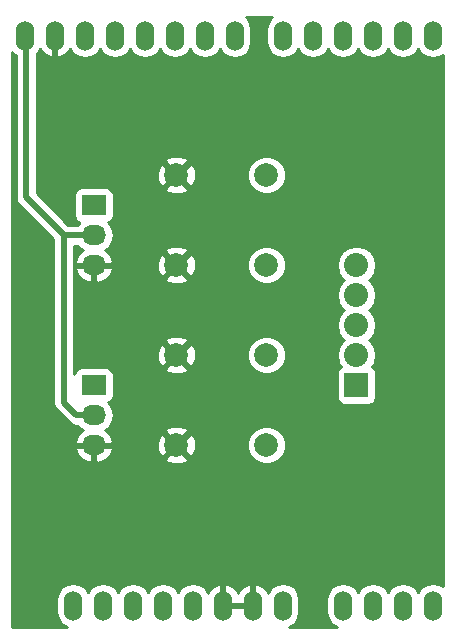
<source format=gbl>
%TF.GenerationSoftware,KiCad,Pcbnew,4.0.5-e0-6337~49~ubuntu16.04.1*%
%TF.CreationDate,2017-05-08T14:00:32-07:00*%
%TF.ProjectId,Arduino-Shield,41726475696E6F2D536869656C642E6B,1.0*%
%TF.FileFunction,Copper,L2,Bot,Signal*%
%FSLAX46Y46*%
G04 Gerber Fmt 4.6, Leading zero omitted, Abs format (unit mm)*
G04 Created by KiCad (PCBNEW 4.0.5-e0-6337~49~ubuntu16.04.1) date Mon May  8 14:00:32 2017*
%MOMM*%
%LPD*%
G01*
G04 APERTURE LIST*
%ADD10C,0.350000*%
%ADD11C,1.998980*%
%ADD12R,2.032000X1.727200*%
%ADD13O,2.032000X1.727200*%
%ADD14R,2.032000X2.032000*%
%ADD15O,2.032000X2.032000*%
%ADD16O,1.524000X2.540000*%
%ADD17C,0.508000*%
%ADD18C,0.254000*%
%ADD19C,0.350000*%
G04 APERTURE END LIST*
D10*
D11*
X44831000Y-69723000D03*
X37211000Y-69723000D03*
X44831000Y-77343000D03*
X37211000Y-77343000D03*
X44831000Y-62103000D03*
X37211000Y-62103000D03*
X44831000Y-84963000D03*
X37211000Y-84963000D03*
D12*
X30226000Y-79883000D03*
D13*
X30226000Y-82423000D03*
X30226000Y-84963000D03*
D12*
X30226000Y-64643000D03*
D13*
X30226000Y-67183000D03*
X30226000Y-69723000D03*
D14*
X52451000Y-79883000D03*
D15*
X52451000Y-77343000D03*
X52451000Y-74803000D03*
X52451000Y-72263000D03*
X52451000Y-69723000D03*
D16*
X58928000Y-98552000D03*
X51308000Y-98552000D03*
X53848000Y-98552000D03*
X56388000Y-98552000D03*
X46228000Y-98552000D03*
X43688000Y-98552000D03*
X41148000Y-98552000D03*
X36068000Y-98552000D03*
X33528000Y-98552000D03*
X58928000Y-50292000D03*
X56388000Y-50292000D03*
X53848000Y-50292000D03*
X51308000Y-50292000D03*
X48768000Y-50292000D03*
X46228000Y-50292000D03*
X42164000Y-50292000D03*
X39624000Y-50292000D03*
X37084000Y-50292000D03*
X34544000Y-50292000D03*
X32004000Y-50292000D03*
X29464000Y-50292000D03*
X26924000Y-50292000D03*
X24384000Y-50292000D03*
X38608000Y-98552000D03*
X30988000Y-98552000D03*
X28448000Y-98552000D03*
D17*
X27686000Y-67183000D02*
X27686000Y-81407000D01*
X27686000Y-81407000D02*
X28702000Y-82423000D01*
X28702000Y-82423000D02*
X30226000Y-82423000D01*
X24485600Y-63982600D02*
X27686000Y-67183000D01*
X27686000Y-67183000D02*
X30226000Y-67183000D01*
X24485600Y-50292000D02*
X24485600Y-63982600D01*
D18*
G36*
X45240172Y-48758851D02*
X44937340Y-49212070D01*
X44831000Y-49746679D01*
X44831000Y-50837321D01*
X44937340Y-51371930D01*
X45240172Y-51825149D01*
X45693391Y-52127981D01*
X46228000Y-52234321D01*
X46762609Y-52127981D01*
X47215828Y-51825149D01*
X47498000Y-51402850D01*
X47780172Y-51825149D01*
X48233391Y-52127981D01*
X48768000Y-52234321D01*
X49302609Y-52127981D01*
X49755828Y-51825149D01*
X50038000Y-51402850D01*
X50320172Y-51825149D01*
X50773391Y-52127981D01*
X51308000Y-52234321D01*
X51842609Y-52127981D01*
X52295828Y-51825149D01*
X52578000Y-51402850D01*
X52860172Y-51825149D01*
X53313391Y-52127981D01*
X53848000Y-52234321D01*
X54382609Y-52127981D01*
X54835828Y-51825149D01*
X55118000Y-51402850D01*
X55400172Y-51825149D01*
X55853391Y-52127981D01*
X56388000Y-52234321D01*
X56922609Y-52127981D01*
X57375828Y-51825149D01*
X57658000Y-51402850D01*
X57940172Y-51825149D01*
X58393391Y-52127981D01*
X58928000Y-52234321D01*
X59462609Y-52127981D01*
X59742000Y-51941297D01*
X59742000Y-96902703D01*
X59462609Y-96716019D01*
X58928000Y-96609679D01*
X58393391Y-96716019D01*
X57940172Y-97018851D01*
X57658000Y-97441150D01*
X57375828Y-97018851D01*
X56922609Y-96716019D01*
X56388000Y-96609679D01*
X55853391Y-96716019D01*
X55400172Y-97018851D01*
X55118000Y-97441150D01*
X54835828Y-97018851D01*
X54382609Y-96716019D01*
X53848000Y-96609679D01*
X53313391Y-96716019D01*
X52860172Y-97018851D01*
X52578000Y-97441150D01*
X52295828Y-97018851D01*
X51842609Y-96716019D01*
X51308000Y-96609679D01*
X50773391Y-96716019D01*
X50320172Y-97018851D01*
X50017340Y-97472070D01*
X49911000Y-98006679D01*
X49911000Y-99097321D01*
X50017340Y-99631930D01*
X50320172Y-100085149D01*
X50764440Y-100382000D01*
X46771560Y-100382000D01*
X47215828Y-100085149D01*
X47518660Y-99631930D01*
X47625000Y-99097321D01*
X47625000Y-98006679D01*
X47518660Y-97472070D01*
X47215828Y-97018851D01*
X46762609Y-96716019D01*
X46228000Y-96609679D01*
X45693391Y-96716019D01*
X45240172Y-97018851D01*
X44948670Y-97455113D01*
X44930059Y-97392059D01*
X44586026Y-96966370D01*
X44105277Y-96704740D01*
X44031070Y-96689780D01*
X43815000Y-96812280D01*
X43815000Y-98425000D01*
X43835000Y-98425000D01*
X43835000Y-98679000D01*
X43815000Y-98679000D01*
X43815000Y-98699000D01*
X43561000Y-98699000D01*
X43561000Y-98679000D01*
X41275000Y-98679000D01*
X41275000Y-98699000D01*
X41021000Y-98699000D01*
X41021000Y-98679000D01*
X41001000Y-98679000D01*
X41001000Y-98425000D01*
X41021000Y-98425000D01*
X41021000Y-96812280D01*
X41275000Y-96812280D01*
X41275000Y-98425000D01*
X43561000Y-98425000D01*
X43561000Y-96812280D01*
X43344930Y-96689780D01*
X43270723Y-96704740D01*
X42789974Y-96966370D01*
X42445941Y-97392059D01*
X42418000Y-97486723D01*
X42390059Y-97392059D01*
X42046026Y-96966370D01*
X41565277Y-96704740D01*
X41491070Y-96689780D01*
X41275000Y-96812280D01*
X41021000Y-96812280D01*
X40804930Y-96689780D01*
X40730723Y-96704740D01*
X40249974Y-96966370D01*
X39905941Y-97392059D01*
X39887330Y-97455113D01*
X39595828Y-97018851D01*
X39142609Y-96716019D01*
X38608000Y-96609679D01*
X38073391Y-96716019D01*
X37620172Y-97018851D01*
X37338000Y-97441150D01*
X37055828Y-97018851D01*
X36602609Y-96716019D01*
X36068000Y-96609679D01*
X35533391Y-96716019D01*
X35080172Y-97018851D01*
X34798000Y-97441150D01*
X34515828Y-97018851D01*
X34062609Y-96716019D01*
X33528000Y-96609679D01*
X32993391Y-96716019D01*
X32540172Y-97018851D01*
X32258000Y-97441150D01*
X31975828Y-97018851D01*
X31522609Y-96716019D01*
X30988000Y-96609679D01*
X30453391Y-96716019D01*
X30000172Y-97018851D01*
X29718000Y-97441150D01*
X29435828Y-97018851D01*
X28982609Y-96716019D01*
X28448000Y-96609679D01*
X27913391Y-96716019D01*
X27460172Y-97018851D01*
X27157340Y-97472070D01*
X27051000Y-98006679D01*
X27051000Y-99097321D01*
X27157340Y-99631930D01*
X27460172Y-100085149D01*
X27904440Y-100382000D01*
X23316000Y-100382000D01*
X23316000Y-85322026D01*
X28618642Y-85322026D01*
X28621291Y-85337791D01*
X28875268Y-85865036D01*
X29311680Y-86254954D01*
X29864087Y-86448184D01*
X30099000Y-86303924D01*
X30099000Y-85090000D01*
X30353000Y-85090000D01*
X30353000Y-86303924D01*
X30587913Y-86448184D01*
X31140320Y-86254954D01*
X31296779Y-86115163D01*
X36238443Y-86115163D01*
X36337042Y-86381965D01*
X36946582Y-86608401D01*
X37596377Y-86584341D01*
X38084958Y-86381965D01*
X38183557Y-86115163D01*
X37211000Y-85142605D01*
X36238443Y-86115163D01*
X31296779Y-86115163D01*
X31576732Y-85865036D01*
X31830709Y-85337791D01*
X31833358Y-85322026D01*
X31712217Y-85090000D01*
X30353000Y-85090000D01*
X30099000Y-85090000D01*
X28739783Y-85090000D01*
X28618642Y-85322026D01*
X23316000Y-85322026D01*
X23316000Y-51705163D01*
X23396172Y-51825149D01*
X23596600Y-51959071D01*
X23596600Y-63982600D01*
X23664271Y-64322806D01*
X23856982Y-64611218D01*
X26797000Y-67551236D01*
X26797000Y-81407000D01*
X26864671Y-81747206D01*
X27057382Y-82035618D01*
X28073382Y-83051618D01*
X28361794Y-83244329D01*
X28702000Y-83312000D01*
X28867547Y-83312000D01*
X28981585Y-83482670D01*
X29291069Y-83689461D01*
X28875268Y-84060964D01*
X28621291Y-84588209D01*
X28618642Y-84603974D01*
X28739783Y-84836000D01*
X30099000Y-84836000D01*
X30099000Y-84816000D01*
X30353000Y-84816000D01*
X30353000Y-84836000D01*
X31712217Y-84836000D01*
X31783963Y-84698582D01*
X35565599Y-84698582D01*
X35589659Y-85348377D01*
X35792035Y-85836958D01*
X36058837Y-85935557D01*
X37031395Y-84963000D01*
X37390605Y-84963000D01*
X38363163Y-85935557D01*
X38629965Y-85836958D01*
X38834380Y-85286694D01*
X43196226Y-85286694D01*
X43444538Y-85887655D01*
X43903927Y-86347846D01*
X44504453Y-86597206D01*
X45154694Y-86597774D01*
X45755655Y-86349462D01*
X46215846Y-85890073D01*
X46465206Y-85289547D01*
X46465774Y-84639306D01*
X46217462Y-84038345D01*
X45758073Y-83578154D01*
X45157547Y-83328794D01*
X44507306Y-83328226D01*
X43906345Y-83576538D01*
X43446154Y-84035927D01*
X43196794Y-84636453D01*
X43196226Y-85286694D01*
X38834380Y-85286694D01*
X38856401Y-85227418D01*
X38832341Y-84577623D01*
X38629965Y-84089042D01*
X38363163Y-83990443D01*
X37390605Y-84963000D01*
X37031395Y-84963000D01*
X36058837Y-83990443D01*
X35792035Y-84089042D01*
X35565599Y-84698582D01*
X31783963Y-84698582D01*
X31833358Y-84603974D01*
X31830709Y-84588209D01*
X31576732Y-84060964D01*
X31296780Y-83810837D01*
X36238443Y-83810837D01*
X37211000Y-84783395D01*
X38183557Y-83810837D01*
X38084958Y-83544035D01*
X37475418Y-83317599D01*
X36825623Y-83341659D01*
X36337042Y-83544035D01*
X36238443Y-83810837D01*
X31296780Y-83810837D01*
X31160931Y-83689461D01*
X31470415Y-83482670D01*
X31795271Y-82996489D01*
X31909345Y-82423000D01*
X31795271Y-81849511D01*
X31470415Y-81363330D01*
X31456087Y-81353757D01*
X31477317Y-81349762D01*
X31693441Y-81210690D01*
X31838431Y-80998490D01*
X31889440Y-80746600D01*
X31889440Y-79019400D01*
X31845162Y-78784083D01*
X31706090Y-78567959D01*
X31599550Y-78495163D01*
X36238443Y-78495163D01*
X36337042Y-78761965D01*
X36946582Y-78988401D01*
X37596377Y-78964341D01*
X38084958Y-78761965D01*
X38183557Y-78495163D01*
X37211000Y-77522605D01*
X36238443Y-78495163D01*
X31599550Y-78495163D01*
X31493890Y-78422969D01*
X31242000Y-78371960D01*
X29210000Y-78371960D01*
X28974683Y-78416238D01*
X28758559Y-78555310D01*
X28613569Y-78767510D01*
X28575000Y-78957969D01*
X28575000Y-77078582D01*
X35565599Y-77078582D01*
X35589659Y-77728377D01*
X35792035Y-78216958D01*
X36058837Y-78315557D01*
X37031395Y-77343000D01*
X37390605Y-77343000D01*
X38363163Y-78315557D01*
X38629965Y-78216958D01*
X38834380Y-77666694D01*
X43196226Y-77666694D01*
X43444538Y-78267655D01*
X43903927Y-78727846D01*
X44504453Y-78977206D01*
X45154694Y-78977774D01*
X45755655Y-78729462D01*
X46215846Y-78270073D01*
X46465206Y-77669547D01*
X46465774Y-77019306D01*
X46217462Y-76418345D01*
X45758073Y-75958154D01*
X45157547Y-75708794D01*
X44507306Y-75708226D01*
X43906345Y-75956538D01*
X43446154Y-76415927D01*
X43196794Y-77016453D01*
X43196226Y-77666694D01*
X38834380Y-77666694D01*
X38856401Y-77607418D01*
X38832341Y-76957623D01*
X38629965Y-76469042D01*
X38363163Y-76370443D01*
X37390605Y-77343000D01*
X37031395Y-77343000D01*
X36058837Y-76370443D01*
X35792035Y-76469042D01*
X35565599Y-77078582D01*
X28575000Y-77078582D01*
X28575000Y-76190837D01*
X36238443Y-76190837D01*
X37211000Y-77163395D01*
X38183557Y-76190837D01*
X38084958Y-75924035D01*
X37475418Y-75697599D01*
X36825623Y-75721659D01*
X36337042Y-75924035D01*
X36238443Y-76190837D01*
X28575000Y-76190837D01*
X28575000Y-70082026D01*
X28618642Y-70082026D01*
X28621291Y-70097791D01*
X28875268Y-70625036D01*
X29311680Y-71014954D01*
X29864087Y-71208184D01*
X30099000Y-71063924D01*
X30099000Y-69850000D01*
X30353000Y-69850000D01*
X30353000Y-71063924D01*
X30587913Y-71208184D01*
X31140320Y-71014954D01*
X31296779Y-70875163D01*
X36238443Y-70875163D01*
X36337042Y-71141965D01*
X36946582Y-71368401D01*
X37596377Y-71344341D01*
X38084958Y-71141965D01*
X38183557Y-70875163D01*
X37211000Y-69902605D01*
X36238443Y-70875163D01*
X31296779Y-70875163D01*
X31576732Y-70625036D01*
X31830709Y-70097791D01*
X31833358Y-70082026D01*
X31712217Y-69850000D01*
X30353000Y-69850000D01*
X30099000Y-69850000D01*
X28739783Y-69850000D01*
X28618642Y-70082026D01*
X28575000Y-70082026D01*
X28575000Y-68072000D01*
X28867547Y-68072000D01*
X28981585Y-68242670D01*
X29291069Y-68449461D01*
X28875268Y-68820964D01*
X28621291Y-69348209D01*
X28618642Y-69363974D01*
X28739783Y-69596000D01*
X30099000Y-69596000D01*
X30099000Y-69576000D01*
X30353000Y-69576000D01*
X30353000Y-69596000D01*
X31712217Y-69596000D01*
X31783963Y-69458582D01*
X35565599Y-69458582D01*
X35589659Y-70108377D01*
X35792035Y-70596958D01*
X36058837Y-70695557D01*
X37031395Y-69723000D01*
X37390605Y-69723000D01*
X38363163Y-70695557D01*
X38629965Y-70596958D01*
X38834380Y-70046694D01*
X43196226Y-70046694D01*
X43444538Y-70647655D01*
X43903927Y-71107846D01*
X44504453Y-71357206D01*
X45154694Y-71357774D01*
X45755655Y-71109462D01*
X46215846Y-70650073D01*
X46465206Y-70049547D01*
X46465491Y-69723000D01*
X50767655Y-69723000D01*
X50893330Y-70354810D01*
X51251222Y-70890433D01*
X51404724Y-70993000D01*
X51251222Y-71095567D01*
X50893330Y-71631190D01*
X50767655Y-72263000D01*
X50893330Y-72894810D01*
X51251222Y-73430433D01*
X51404724Y-73533000D01*
X51251222Y-73635567D01*
X50893330Y-74171190D01*
X50767655Y-74803000D01*
X50893330Y-75434810D01*
X51251222Y-75970433D01*
X51404724Y-76073000D01*
X51251222Y-76175567D01*
X50893330Y-76711190D01*
X50767655Y-77343000D01*
X50893330Y-77974810D01*
X51120499Y-78314792D01*
X50983559Y-78402910D01*
X50838569Y-78615110D01*
X50787560Y-78867000D01*
X50787560Y-80899000D01*
X50831838Y-81134317D01*
X50970910Y-81350441D01*
X51183110Y-81495431D01*
X51435000Y-81546440D01*
X53467000Y-81546440D01*
X53702317Y-81502162D01*
X53918441Y-81363090D01*
X54063431Y-81150890D01*
X54114440Y-80899000D01*
X54114440Y-78867000D01*
X54070162Y-78631683D01*
X53931090Y-78415559D01*
X53782163Y-78313802D01*
X54008670Y-77974810D01*
X54134345Y-77343000D01*
X54008670Y-76711190D01*
X53650778Y-76175567D01*
X53497276Y-76073000D01*
X53650778Y-75970433D01*
X54008670Y-75434810D01*
X54134345Y-74803000D01*
X54008670Y-74171190D01*
X53650778Y-73635567D01*
X53497276Y-73533000D01*
X53650778Y-73430433D01*
X54008670Y-72894810D01*
X54134345Y-72263000D01*
X54008670Y-71631190D01*
X53650778Y-71095567D01*
X53497276Y-70993000D01*
X53650778Y-70890433D01*
X54008670Y-70354810D01*
X54134345Y-69723000D01*
X54008670Y-69091190D01*
X53650778Y-68555567D01*
X53115155Y-68197675D01*
X52483345Y-68072000D01*
X52418655Y-68072000D01*
X51786845Y-68197675D01*
X51251222Y-68555567D01*
X50893330Y-69091190D01*
X50767655Y-69723000D01*
X46465491Y-69723000D01*
X46465774Y-69399306D01*
X46217462Y-68798345D01*
X45758073Y-68338154D01*
X45157547Y-68088794D01*
X44507306Y-68088226D01*
X43906345Y-68336538D01*
X43446154Y-68795927D01*
X43196794Y-69396453D01*
X43196226Y-70046694D01*
X38834380Y-70046694D01*
X38856401Y-69987418D01*
X38832341Y-69337623D01*
X38629965Y-68849042D01*
X38363163Y-68750443D01*
X37390605Y-69723000D01*
X37031395Y-69723000D01*
X36058837Y-68750443D01*
X35792035Y-68849042D01*
X35565599Y-69458582D01*
X31783963Y-69458582D01*
X31833358Y-69363974D01*
X31830709Y-69348209D01*
X31576732Y-68820964D01*
X31296780Y-68570837D01*
X36238443Y-68570837D01*
X37211000Y-69543395D01*
X38183557Y-68570837D01*
X38084958Y-68304035D01*
X37475418Y-68077599D01*
X36825623Y-68101659D01*
X36337042Y-68304035D01*
X36238443Y-68570837D01*
X31296780Y-68570837D01*
X31160931Y-68449461D01*
X31470415Y-68242670D01*
X31795271Y-67756489D01*
X31909345Y-67183000D01*
X31795271Y-66609511D01*
X31470415Y-66123330D01*
X31456087Y-66113757D01*
X31477317Y-66109762D01*
X31693441Y-65970690D01*
X31838431Y-65758490D01*
X31889440Y-65506600D01*
X31889440Y-63779400D01*
X31845162Y-63544083D01*
X31706090Y-63327959D01*
X31599550Y-63255163D01*
X36238443Y-63255163D01*
X36337042Y-63521965D01*
X36946582Y-63748401D01*
X37596377Y-63724341D01*
X38084958Y-63521965D01*
X38183557Y-63255163D01*
X37211000Y-62282605D01*
X36238443Y-63255163D01*
X31599550Y-63255163D01*
X31493890Y-63182969D01*
X31242000Y-63131960D01*
X29210000Y-63131960D01*
X28974683Y-63176238D01*
X28758559Y-63315310D01*
X28613569Y-63527510D01*
X28562560Y-63779400D01*
X28562560Y-65506600D01*
X28606838Y-65741917D01*
X28745910Y-65958041D01*
X28958110Y-66103031D01*
X28999439Y-66111400D01*
X28981585Y-66123330D01*
X28867547Y-66294000D01*
X28054236Y-66294000D01*
X25374600Y-63614364D01*
X25374600Y-61838582D01*
X35565599Y-61838582D01*
X35589659Y-62488377D01*
X35792035Y-62976958D01*
X36058837Y-63075557D01*
X37031395Y-62103000D01*
X37390605Y-62103000D01*
X38363163Y-63075557D01*
X38629965Y-62976958D01*
X38834380Y-62426694D01*
X43196226Y-62426694D01*
X43444538Y-63027655D01*
X43903927Y-63487846D01*
X44504453Y-63737206D01*
X45154694Y-63737774D01*
X45755655Y-63489462D01*
X46215846Y-63030073D01*
X46465206Y-62429547D01*
X46465774Y-61779306D01*
X46217462Y-61178345D01*
X45758073Y-60718154D01*
X45157547Y-60468794D01*
X44507306Y-60468226D01*
X43906345Y-60716538D01*
X43446154Y-61175927D01*
X43196794Y-61776453D01*
X43196226Y-62426694D01*
X38834380Y-62426694D01*
X38856401Y-62367418D01*
X38832341Y-61717623D01*
X38629965Y-61229042D01*
X38363163Y-61130443D01*
X37390605Y-62103000D01*
X37031395Y-62103000D01*
X36058837Y-61130443D01*
X35792035Y-61229042D01*
X35565599Y-61838582D01*
X25374600Y-61838582D01*
X25374600Y-60950837D01*
X36238443Y-60950837D01*
X37211000Y-61923395D01*
X38183557Y-60950837D01*
X38084958Y-60684035D01*
X37475418Y-60457599D01*
X36825623Y-60481659D01*
X36337042Y-60684035D01*
X36238443Y-60950837D01*
X25374600Y-60950837D01*
X25374600Y-51821000D01*
X25663330Y-51388887D01*
X25681941Y-51451941D01*
X26025974Y-51877630D01*
X26506723Y-52139260D01*
X26580930Y-52154220D01*
X26797000Y-52031720D01*
X26797000Y-50419000D01*
X26777000Y-50419000D01*
X26777000Y-50165000D01*
X26797000Y-50165000D01*
X26797000Y-50145000D01*
X27051000Y-50145000D01*
X27051000Y-50165000D01*
X27071000Y-50165000D01*
X27071000Y-50419000D01*
X27051000Y-50419000D01*
X27051000Y-52031720D01*
X27267070Y-52154220D01*
X27341277Y-52139260D01*
X27822026Y-51877630D01*
X28166059Y-51451941D01*
X28184670Y-51388887D01*
X28476172Y-51825149D01*
X28929391Y-52127981D01*
X29464000Y-52234321D01*
X29998609Y-52127981D01*
X30451828Y-51825149D01*
X30734000Y-51402850D01*
X31016172Y-51825149D01*
X31469391Y-52127981D01*
X32004000Y-52234321D01*
X32538609Y-52127981D01*
X32991828Y-51825149D01*
X33274000Y-51402850D01*
X33556172Y-51825149D01*
X34009391Y-52127981D01*
X34544000Y-52234321D01*
X35078609Y-52127981D01*
X35531828Y-51825149D01*
X35814000Y-51402850D01*
X36096172Y-51825149D01*
X36549391Y-52127981D01*
X37084000Y-52234321D01*
X37618609Y-52127981D01*
X38071828Y-51825149D01*
X38354000Y-51402850D01*
X38636172Y-51825149D01*
X39089391Y-52127981D01*
X39624000Y-52234321D01*
X40158609Y-52127981D01*
X40611828Y-51825149D01*
X40894000Y-51402850D01*
X41176172Y-51825149D01*
X41629391Y-52127981D01*
X42164000Y-52234321D01*
X42698609Y-52127981D01*
X43151828Y-51825149D01*
X43454660Y-51371930D01*
X43561000Y-50837321D01*
X43561000Y-49746679D01*
X43454660Y-49212070D01*
X43151828Y-48758851D01*
X43087697Y-48716000D01*
X45304303Y-48716000D01*
X45240172Y-48758851D01*
X45240172Y-48758851D01*
G37*
X45240172Y-48758851D02*
X44937340Y-49212070D01*
X44831000Y-49746679D01*
X44831000Y-50837321D01*
X44937340Y-51371930D01*
X45240172Y-51825149D01*
X45693391Y-52127981D01*
X46228000Y-52234321D01*
X46762609Y-52127981D01*
X47215828Y-51825149D01*
X47498000Y-51402850D01*
X47780172Y-51825149D01*
X48233391Y-52127981D01*
X48768000Y-52234321D01*
X49302609Y-52127981D01*
X49755828Y-51825149D01*
X50038000Y-51402850D01*
X50320172Y-51825149D01*
X50773391Y-52127981D01*
X51308000Y-52234321D01*
X51842609Y-52127981D01*
X52295828Y-51825149D01*
X52578000Y-51402850D01*
X52860172Y-51825149D01*
X53313391Y-52127981D01*
X53848000Y-52234321D01*
X54382609Y-52127981D01*
X54835828Y-51825149D01*
X55118000Y-51402850D01*
X55400172Y-51825149D01*
X55853391Y-52127981D01*
X56388000Y-52234321D01*
X56922609Y-52127981D01*
X57375828Y-51825149D01*
X57658000Y-51402850D01*
X57940172Y-51825149D01*
X58393391Y-52127981D01*
X58928000Y-52234321D01*
X59462609Y-52127981D01*
X59742000Y-51941297D01*
X59742000Y-96902703D01*
X59462609Y-96716019D01*
X58928000Y-96609679D01*
X58393391Y-96716019D01*
X57940172Y-97018851D01*
X57658000Y-97441150D01*
X57375828Y-97018851D01*
X56922609Y-96716019D01*
X56388000Y-96609679D01*
X55853391Y-96716019D01*
X55400172Y-97018851D01*
X55118000Y-97441150D01*
X54835828Y-97018851D01*
X54382609Y-96716019D01*
X53848000Y-96609679D01*
X53313391Y-96716019D01*
X52860172Y-97018851D01*
X52578000Y-97441150D01*
X52295828Y-97018851D01*
X51842609Y-96716019D01*
X51308000Y-96609679D01*
X50773391Y-96716019D01*
X50320172Y-97018851D01*
X50017340Y-97472070D01*
X49911000Y-98006679D01*
X49911000Y-99097321D01*
X50017340Y-99631930D01*
X50320172Y-100085149D01*
X50764440Y-100382000D01*
X46771560Y-100382000D01*
X47215828Y-100085149D01*
X47518660Y-99631930D01*
X47625000Y-99097321D01*
X47625000Y-98006679D01*
X47518660Y-97472070D01*
X47215828Y-97018851D01*
X46762609Y-96716019D01*
X46228000Y-96609679D01*
X45693391Y-96716019D01*
X45240172Y-97018851D01*
X44948670Y-97455113D01*
X44930059Y-97392059D01*
X44586026Y-96966370D01*
X44105277Y-96704740D01*
X44031070Y-96689780D01*
X43815000Y-96812280D01*
X43815000Y-98425000D01*
X43835000Y-98425000D01*
X43835000Y-98679000D01*
X43815000Y-98679000D01*
X43815000Y-98699000D01*
X43561000Y-98699000D01*
X43561000Y-98679000D01*
X41275000Y-98679000D01*
X41275000Y-98699000D01*
X41021000Y-98699000D01*
X41021000Y-98679000D01*
X41001000Y-98679000D01*
X41001000Y-98425000D01*
X41021000Y-98425000D01*
X41021000Y-96812280D01*
X41275000Y-96812280D01*
X41275000Y-98425000D01*
X43561000Y-98425000D01*
X43561000Y-96812280D01*
X43344930Y-96689780D01*
X43270723Y-96704740D01*
X42789974Y-96966370D01*
X42445941Y-97392059D01*
X42418000Y-97486723D01*
X42390059Y-97392059D01*
X42046026Y-96966370D01*
X41565277Y-96704740D01*
X41491070Y-96689780D01*
X41275000Y-96812280D01*
X41021000Y-96812280D01*
X40804930Y-96689780D01*
X40730723Y-96704740D01*
X40249974Y-96966370D01*
X39905941Y-97392059D01*
X39887330Y-97455113D01*
X39595828Y-97018851D01*
X39142609Y-96716019D01*
X38608000Y-96609679D01*
X38073391Y-96716019D01*
X37620172Y-97018851D01*
X37338000Y-97441150D01*
X37055828Y-97018851D01*
X36602609Y-96716019D01*
X36068000Y-96609679D01*
X35533391Y-96716019D01*
X35080172Y-97018851D01*
X34798000Y-97441150D01*
X34515828Y-97018851D01*
X34062609Y-96716019D01*
X33528000Y-96609679D01*
X32993391Y-96716019D01*
X32540172Y-97018851D01*
X32258000Y-97441150D01*
X31975828Y-97018851D01*
X31522609Y-96716019D01*
X30988000Y-96609679D01*
X30453391Y-96716019D01*
X30000172Y-97018851D01*
X29718000Y-97441150D01*
X29435828Y-97018851D01*
X28982609Y-96716019D01*
X28448000Y-96609679D01*
X27913391Y-96716019D01*
X27460172Y-97018851D01*
X27157340Y-97472070D01*
X27051000Y-98006679D01*
X27051000Y-99097321D01*
X27157340Y-99631930D01*
X27460172Y-100085149D01*
X27904440Y-100382000D01*
X23316000Y-100382000D01*
X23316000Y-85322026D01*
X28618642Y-85322026D01*
X28621291Y-85337791D01*
X28875268Y-85865036D01*
X29311680Y-86254954D01*
X29864087Y-86448184D01*
X30099000Y-86303924D01*
X30099000Y-85090000D01*
X30353000Y-85090000D01*
X30353000Y-86303924D01*
X30587913Y-86448184D01*
X31140320Y-86254954D01*
X31296779Y-86115163D01*
X36238443Y-86115163D01*
X36337042Y-86381965D01*
X36946582Y-86608401D01*
X37596377Y-86584341D01*
X38084958Y-86381965D01*
X38183557Y-86115163D01*
X37211000Y-85142605D01*
X36238443Y-86115163D01*
X31296779Y-86115163D01*
X31576732Y-85865036D01*
X31830709Y-85337791D01*
X31833358Y-85322026D01*
X31712217Y-85090000D01*
X30353000Y-85090000D01*
X30099000Y-85090000D01*
X28739783Y-85090000D01*
X28618642Y-85322026D01*
X23316000Y-85322026D01*
X23316000Y-51705163D01*
X23396172Y-51825149D01*
X23596600Y-51959071D01*
X23596600Y-63982600D01*
X23664271Y-64322806D01*
X23856982Y-64611218D01*
X26797000Y-67551236D01*
X26797000Y-81407000D01*
X26864671Y-81747206D01*
X27057382Y-82035618D01*
X28073382Y-83051618D01*
X28361794Y-83244329D01*
X28702000Y-83312000D01*
X28867547Y-83312000D01*
X28981585Y-83482670D01*
X29291069Y-83689461D01*
X28875268Y-84060964D01*
X28621291Y-84588209D01*
X28618642Y-84603974D01*
X28739783Y-84836000D01*
X30099000Y-84836000D01*
X30099000Y-84816000D01*
X30353000Y-84816000D01*
X30353000Y-84836000D01*
X31712217Y-84836000D01*
X31783963Y-84698582D01*
X35565599Y-84698582D01*
X35589659Y-85348377D01*
X35792035Y-85836958D01*
X36058837Y-85935557D01*
X37031395Y-84963000D01*
X37390605Y-84963000D01*
X38363163Y-85935557D01*
X38629965Y-85836958D01*
X38834380Y-85286694D01*
X43196226Y-85286694D01*
X43444538Y-85887655D01*
X43903927Y-86347846D01*
X44504453Y-86597206D01*
X45154694Y-86597774D01*
X45755655Y-86349462D01*
X46215846Y-85890073D01*
X46465206Y-85289547D01*
X46465774Y-84639306D01*
X46217462Y-84038345D01*
X45758073Y-83578154D01*
X45157547Y-83328794D01*
X44507306Y-83328226D01*
X43906345Y-83576538D01*
X43446154Y-84035927D01*
X43196794Y-84636453D01*
X43196226Y-85286694D01*
X38834380Y-85286694D01*
X38856401Y-85227418D01*
X38832341Y-84577623D01*
X38629965Y-84089042D01*
X38363163Y-83990443D01*
X37390605Y-84963000D01*
X37031395Y-84963000D01*
X36058837Y-83990443D01*
X35792035Y-84089042D01*
X35565599Y-84698582D01*
X31783963Y-84698582D01*
X31833358Y-84603974D01*
X31830709Y-84588209D01*
X31576732Y-84060964D01*
X31296780Y-83810837D01*
X36238443Y-83810837D01*
X37211000Y-84783395D01*
X38183557Y-83810837D01*
X38084958Y-83544035D01*
X37475418Y-83317599D01*
X36825623Y-83341659D01*
X36337042Y-83544035D01*
X36238443Y-83810837D01*
X31296780Y-83810837D01*
X31160931Y-83689461D01*
X31470415Y-83482670D01*
X31795271Y-82996489D01*
X31909345Y-82423000D01*
X31795271Y-81849511D01*
X31470415Y-81363330D01*
X31456087Y-81353757D01*
X31477317Y-81349762D01*
X31693441Y-81210690D01*
X31838431Y-80998490D01*
X31889440Y-80746600D01*
X31889440Y-79019400D01*
X31845162Y-78784083D01*
X31706090Y-78567959D01*
X31599550Y-78495163D01*
X36238443Y-78495163D01*
X36337042Y-78761965D01*
X36946582Y-78988401D01*
X37596377Y-78964341D01*
X38084958Y-78761965D01*
X38183557Y-78495163D01*
X37211000Y-77522605D01*
X36238443Y-78495163D01*
X31599550Y-78495163D01*
X31493890Y-78422969D01*
X31242000Y-78371960D01*
X29210000Y-78371960D01*
X28974683Y-78416238D01*
X28758559Y-78555310D01*
X28613569Y-78767510D01*
X28575000Y-78957969D01*
X28575000Y-77078582D01*
X35565599Y-77078582D01*
X35589659Y-77728377D01*
X35792035Y-78216958D01*
X36058837Y-78315557D01*
X37031395Y-77343000D01*
X37390605Y-77343000D01*
X38363163Y-78315557D01*
X38629965Y-78216958D01*
X38834380Y-77666694D01*
X43196226Y-77666694D01*
X43444538Y-78267655D01*
X43903927Y-78727846D01*
X44504453Y-78977206D01*
X45154694Y-78977774D01*
X45755655Y-78729462D01*
X46215846Y-78270073D01*
X46465206Y-77669547D01*
X46465774Y-77019306D01*
X46217462Y-76418345D01*
X45758073Y-75958154D01*
X45157547Y-75708794D01*
X44507306Y-75708226D01*
X43906345Y-75956538D01*
X43446154Y-76415927D01*
X43196794Y-77016453D01*
X43196226Y-77666694D01*
X38834380Y-77666694D01*
X38856401Y-77607418D01*
X38832341Y-76957623D01*
X38629965Y-76469042D01*
X38363163Y-76370443D01*
X37390605Y-77343000D01*
X37031395Y-77343000D01*
X36058837Y-76370443D01*
X35792035Y-76469042D01*
X35565599Y-77078582D01*
X28575000Y-77078582D01*
X28575000Y-76190837D01*
X36238443Y-76190837D01*
X37211000Y-77163395D01*
X38183557Y-76190837D01*
X38084958Y-75924035D01*
X37475418Y-75697599D01*
X36825623Y-75721659D01*
X36337042Y-75924035D01*
X36238443Y-76190837D01*
X28575000Y-76190837D01*
X28575000Y-70082026D01*
X28618642Y-70082026D01*
X28621291Y-70097791D01*
X28875268Y-70625036D01*
X29311680Y-71014954D01*
X29864087Y-71208184D01*
X30099000Y-71063924D01*
X30099000Y-69850000D01*
X30353000Y-69850000D01*
X30353000Y-71063924D01*
X30587913Y-71208184D01*
X31140320Y-71014954D01*
X31296779Y-70875163D01*
X36238443Y-70875163D01*
X36337042Y-71141965D01*
X36946582Y-71368401D01*
X37596377Y-71344341D01*
X38084958Y-71141965D01*
X38183557Y-70875163D01*
X37211000Y-69902605D01*
X36238443Y-70875163D01*
X31296779Y-70875163D01*
X31576732Y-70625036D01*
X31830709Y-70097791D01*
X31833358Y-70082026D01*
X31712217Y-69850000D01*
X30353000Y-69850000D01*
X30099000Y-69850000D01*
X28739783Y-69850000D01*
X28618642Y-70082026D01*
X28575000Y-70082026D01*
X28575000Y-68072000D01*
X28867547Y-68072000D01*
X28981585Y-68242670D01*
X29291069Y-68449461D01*
X28875268Y-68820964D01*
X28621291Y-69348209D01*
X28618642Y-69363974D01*
X28739783Y-69596000D01*
X30099000Y-69596000D01*
X30099000Y-69576000D01*
X30353000Y-69576000D01*
X30353000Y-69596000D01*
X31712217Y-69596000D01*
X31783963Y-69458582D01*
X35565599Y-69458582D01*
X35589659Y-70108377D01*
X35792035Y-70596958D01*
X36058837Y-70695557D01*
X37031395Y-69723000D01*
X37390605Y-69723000D01*
X38363163Y-70695557D01*
X38629965Y-70596958D01*
X38834380Y-70046694D01*
X43196226Y-70046694D01*
X43444538Y-70647655D01*
X43903927Y-71107846D01*
X44504453Y-71357206D01*
X45154694Y-71357774D01*
X45755655Y-71109462D01*
X46215846Y-70650073D01*
X46465206Y-70049547D01*
X46465491Y-69723000D01*
X50767655Y-69723000D01*
X50893330Y-70354810D01*
X51251222Y-70890433D01*
X51404724Y-70993000D01*
X51251222Y-71095567D01*
X50893330Y-71631190D01*
X50767655Y-72263000D01*
X50893330Y-72894810D01*
X51251222Y-73430433D01*
X51404724Y-73533000D01*
X51251222Y-73635567D01*
X50893330Y-74171190D01*
X50767655Y-74803000D01*
X50893330Y-75434810D01*
X51251222Y-75970433D01*
X51404724Y-76073000D01*
X51251222Y-76175567D01*
X50893330Y-76711190D01*
X50767655Y-77343000D01*
X50893330Y-77974810D01*
X51120499Y-78314792D01*
X50983559Y-78402910D01*
X50838569Y-78615110D01*
X50787560Y-78867000D01*
X50787560Y-80899000D01*
X50831838Y-81134317D01*
X50970910Y-81350441D01*
X51183110Y-81495431D01*
X51435000Y-81546440D01*
X53467000Y-81546440D01*
X53702317Y-81502162D01*
X53918441Y-81363090D01*
X54063431Y-81150890D01*
X54114440Y-80899000D01*
X54114440Y-78867000D01*
X54070162Y-78631683D01*
X53931090Y-78415559D01*
X53782163Y-78313802D01*
X54008670Y-77974810D01*
X54134345Y-77343000D01*
X54008670Y-76711190D01*
X53650778Y-76175567D01*
X53497276Y-76073000D01*
X53650778Y-75970433D01*
X54008670Y-75434810D01*
X54134345Y-74803000D01*
X54008670Y-74171190D01*
X53650778Y-73635567D01*
X53497276Y-73533000D01*
X53650778Y-73430433D01*
X54008670Y-72894810D01*
X54134345Y-72263000D01*
X54008670Y-71631190D01*
X53650778Y-71095567D01*
X53497276Y-70993000D01*
X53650778Y-70890433D01*
X54008670Y-70354810D01*
X54134345Y-69723000D01*
X54008670Y-69091190D01*
X53650778Y-68555567D01*
X53115155Y-68197675D01*
X52483345Y-68072000D01*
X52418655Y-68072000D01*
X51786845Y-68197675D01*
X51251222Y-68555567D01*
X50893330Y-69091190D01*
X50767655Y-69723000D01*
X46465491Y-69723000D01*
X46465774Y-69399306D01*
X46217462Y-68798345D01*
X45758073Y-68338154D01*
X45157547Y-68088794D01*
X44507306Y-68088226D01*
X43906345Y-68336538D01*
X43446154Y-68795927D01*
X43196794Y-69396453D01*
X43196226Y-70046694D01*
X38834380Y-70046694D01*
X38856401Y-69987418D01*
X38832341Y-69337623D01*
X38629965Y-68849042D01*
X38363163Y-68750443D01*
X37390605Y-69723000D01*
X37031395Y-69723000D01*
X36058837Y-68750443D01*
X35792035Y-68849042D01*
X35565599Y-69458582D01*
X31783963Y-69458582D01*
X31833358Y-69363974D01*
X31830709Y-69348209D01*
X31576732Y-68820964D01*
X31296780Y-68570837D01*
X36238443Y-68570837D01*
X37211000Y-69543395D01*
X38183557Y-68570837D01*
X38084958Y-68304035D01*
X37475418Y-68077599D01*
X36825623Y-68101659D01*
X36337042Y-68304035D01*
X36238443Y-68570837D01*
X31296780Y-68570837D01*
X31160931Y-68449461D01*
X31470415Y-68242670D01*
X31795271Y-67756489D01*
X31909345Y-67183000D01*
X31795271Y-66609511D01*
X31470415Y-66123330D01*
X31456087Y-66113757D01*
X31477317Y-66109762D01*
X31693441Y-65970690D01*
X31838431Y-65758490D01*
X31889440Y-65506600D01*
X31889440Y-63779400D01*
X31845162Y-63544083D01*
X31706090Y-63327959D01*
X31599550Y-63255163D01*
X36238443Y-63255163D01*
X36337042Y-63521965D01*
X36946582Y-63748401D01*
X37596377Y-63724341D01*
X38084958Y-63521965D01*
X38183557Y-63255163D01*
X37211000Y-62282605D01*
X36238443Y-63255163D01*
X31599550Y-63255163D01*
X31493890Y-63182969D01*
X31242000Y-63131960D01*
X29210000Y-63131960D01*
X28974683Y-63176238D01*
X28758559Y-63315310D01*
X28613569Y-63527510D01*
X28562560Y-63779400D01*
X28562560Y-65506600D01*
X28606838Y-65741917D01*
X28745910Y-65958041D01*
X28958110Y-66103031D01*
X28999439Y-66111400D01*
X28981585Y-66123330D01*
X28867547Y-66294000D01*
X28054236Y-66294000D01*
X25374600Y-63614364D01*
X25374600Y-61838582D01*
X35565599Y-61838582D01*
X35589659Y-62488377D01*
X35792035Y-62976958D01*
X36058837Y-63075557D01*
X37031395Y-62103000D01*
X37390605Y-62103000D01*
X38363163Y-63075557D01*
X38629965Y-62976958D01*
X38834380Y-62426694D01*
X43196226Y-62426694D01*
X43444538Y-63027655D01*
X43903927Y-63487846D01*
X44504453Y-63737206D01*
X45154694Y-63737774D01*
X45755655Y-63489462D01*
X46215846Y-63030073D01*
X46465206Y-62429547D01*
X46465774Y-61779306D01*
X46217462Y-61178345D01*
X45758073Y-60718154D01*
X45157547Y-60468794D01*
X44507306Y-60468226D01*
X43906345Y-60716538D01*
X43446154Y-61175927D01*
X43196794Y-61776453D01*
X43196226Y-62426694D01*
X38834380Y-62426694D01*
X38856401Y-62367418D01*
X38832341Y-61717623D01*
X38629965Y-61229042D01*
X38363163Y-61130443D01*
X37390605Y-62103000D01*
X37031395Y-62103000D01*
X36058837Y-61130443D01*
X35792035Y-61229042D01*
X35565599Y-61838582D01*
X25374600Y-61838582D01*
X25374600Y-60950837D01*
X36238443Y-60950837D01*
X37211000Y-61923395D01*
X38183557Y-60950837D01*
X38084958Y-60684035D01*
X37475418Y-60457599D01*
X36825623Y-60481659D01*
X36337042Y-60684035D01*
X36238443Y-60950837D01*
X25374600Y-60950837D01*
X25374600Y-51821000D01*
X25663330Y-51388887D01*
X25681941Y-51451941D01*
X26025974Y-51877630D01*
X26506723Y-52139260D01*
X26580930Y-52154220D01*
X26797000Y-52031720D01*
X26797000Y-50419000D01*
X26777000Y-50419000D01*
X26777000Y-50165000D01*
X26797000Y-50165000D01*
X26797000Y-50145000D01*
X27051000Y-50145000D01*
X27051000Y-50165000D01*
X27071000Y-50165000D01*
X27071000Y-50419000D01*
X27051000Y-50419000D01*
X27051000Y-52031720D01*
X27267070Y-52154220D01*
X27341277Y-52139260D01*
X27822026Y-51877630D01*
X28166059Y-51451941D01*
X28184670Y-51388887D01*
X28476172Y-51825149D01*
X28929391Y-52127981D01*
X29464000Y-52234321D01*
X29998609Y-52127981D01*
X30451828Y-51825149D01*
X30734000Y-51402850D01*
X31016172Y-51825149D01*
X31469391Y-52127981D01*
X32004000Y-52234321D01*
X32538609Y-52127981D01*
X32991828Y-51825149D01*
X33274000Y-51402850D01*
X33556172Y-51825149D01*
X34009391Y-52127981D01*
X34544000Y-52234321D01*
X35078609Y-52127981D01*
X35531828Y-51825149D01*
X35814000Y-51402850D01*
X36096172Y-51825149D01*
X36549391Y-52127981D01*
X37084000Y-52234321D01*
X37618609Y-52127981D01*
X38071828Y-51825149D01*
X38354000Y-51402850D01*
X38636172Y-51825149D01*
X39089391Y-52127981D01*
X39624000Y-52234321D01*
X40158609Y-52127981D01*
X40611828Y-51825149D01*
X40894000Y-51402850D01*
X41176172Y-51825149D01*
X41629391Y-52127981D01*
X42164000Y-52234321D01*
X42698609Y-52127981D01*
X43151828Y-51825149D01*
X43454660Y-51371930D01*
X43561000Y-50837321D01*
X43561000Y-49746679D01*
X43454660Y-49212070D01*
X43151828Y-48758851D01*
X43087697Y-48716000D01*
X45304303Y-48716000D01*
X45240172Y-48758851D01*
D19*
X44831000Y-69723000D03*
X37211000Y-69723000D03*
X44831000Y-77343000D03*
X37211000Y-77343000D03*
X44831000Y-62103000D03*
X37211000Y-62103000D03*
X44831000Y-84963000D03*
X37211000Y-84963000D03*
X30226000Y-79883000D03*
X30226000Y-82423000D03*
X30226000Y-84963000D03*
X30226000Y-64643000D03*
X30226000Y-67183000D03*
X30226000Y-69723000D03*
X52451000Y-79883000D03*
X52451000Y-77343000D03*
X52451000Y-74803000D03*
X52451000Y-72263000D03*
X52451000Y-69723000D03*
X58928000Y-98552000D03*
X51308000Y-98552000D03*
X53848000Y-98552000D03*
X56388000Y-98552000D03*
X46228000Y-98552000D03*
X43688000Y-98552000D03*
X41148000Y-98552000D03*
X36068000Y-98552000D03*
X33528000Y-98552000D03*
X58928000Y-50292000D03*
X56388000Y-50292000D03*
X53848000Y-50292000D03*
X51308000Y-50292000D03*
X48768000Y-50292000D03*
X46228000Y-50292000D03*
X42164000Y-50292000D03*
X39624000Y-50292000D03*
X37084000Y-50292000D03*
X34544000Y-50292000D03*
X32004000Y-50292000D03*
X29464000Y-50292000D03*
X26924000Y-50292000D03*
X24384000Y-50292000D03*
X38608000Y-98552000D03*
X30988000Y-98552000D03*
X28448000Y-98552000D03*
M02*

</source>
